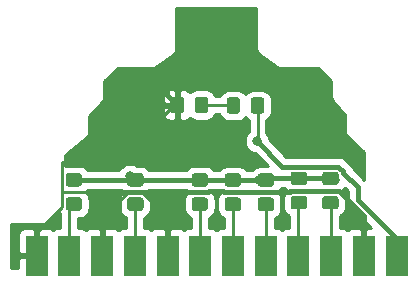
<source format=gbl>
%TF.GenerationSoftware,KiCad,Pcbnew,(5.1.6-0)*%
%TF.CreationDate,2022-09-04T14:31:22+02:00*%
%TF.ProjectId,ScsiTerm,53637369-5465-4726-9d2e-6b696361645f,rev?*%
%TF.SameCoordinates,Original*%
%TF.FileFunction,Copper,L2,Bot*%
%TF.FilePolarity,Positive*%
%FSLAX46Y46*%
G04 Gerber Fmt 4.6, Leading zero omitted, Abs format (unit mm)*
G04 Created by KiCad (PCBNEW (5.1.6-0)) date 2022-09-04 14:31:22*
%MOMM*%
%LPD*%
G01*
G04 APERTURE LIST*
%TA.AperFunction,SMDPad,CuDef*%
%ADD10R,1.846667X3.480000*%
%TD*%
%TA.AperFunction,ViaPad*%
%ADD11C,0.800000*%
%TD*%
%TA.AperFunction,Conductor*%
%ADD12C,0.250000*%
%TD*%
%TA.AperFunction,Conductor*%
%ADD13C,0.400000*%
%TD*%
%TA.AperFunction,Conductor*%
%ADD14C,0.254000*%
%TD*%
G04 APERTURE END LIST*
%TO.P,R19,2*%
%TO.N,+5V*%
%TA.AperFunction,SMDPad,CuDef*%
G36*
G01*
X155055000Y-55105001D02*
X155055000Y-54204999D01*
G75*
G02*
X155304999Y-53955000I249999J0D01*
G01*
X155955001Y-53955000D01*
G75*
G02*
X156205000Y-54204999I0J-249999D01*
G01*
X156205000Y-55105001D01*
G75*
G02*
X155955001Y-55355000I-249999J0D01*
G01*
X155304999Y-55355000D01*
G75*
G02*
X155055000Y-55105001I0J249999D01*
G01*
G37*
%TD.AperFunction*%
%TO.P,R19,1*%
%TO.N,Net-(D1-Pad2)*%
%TA.AperFunction,SMDPad,CuDef*%
G36*
G01*
X153005000Y-55105001D02*
X153005000Y-54204999D01*
G75*
G02*
X153254999Y-53955000I249999J0D01*
G01*
X153905001Y-53955000D01*
G75*
G02*
X154155000Y-54204999I0J-249999D01*
G01*
X154155000Y-55105001D01*
G75*
G02*
X153905001Y-55355000I-249999J0D01*
G01*
X153254999Y-55355000D01*
G75*
G02*
X153005000Y-55105001I0J249999D01*
G01*
G37*
%TD.AperFunction*%
%TD*%
%TO.P,D1,2*%
%TO.N,Net-(D1-Pad2)*%
%TA.AperFunction,SMDPad,CuDef*%
G36*
G01*
X150310000Y-55060001D02*
X150310000Y-54159999D01*
G75*
G02*
X150559999Y-53910000I249999J0D01*
G01*
X151210001Y-53910000D01*
G75*
G02*
X151460000Y-54159999I0J-249999D01*
G01*
X151460000Y-55060001D01*
G75*
G02*
X151210001Y-55310000I-249999J0D01*
G01*
X150559999Y-55310000D01*
G75*
G02*
X150310000Y-55060001I0J249999D01*
G01*
G37*
%TD.AperFunction*%
%TO.P,D1,1*%
%TO.N,GND*%
%TA.AperFunction,SMDPad,CuDef*%
G36*
G01*
X148260000Y-55060001D02*
X148260000Y-54159999D01*
G75*
G02*
X148509999Y-53910000I249999J0D01*
G01*
X149160001Y-53910000D01*
G75*
G02*
X149410000Y-54159999I0J-249999D01*
G01*
X149410000Y-55060001D01*
G75*
G02*
X149160001Y-55310000I-249999J0D01*
G01*
X148509999Y-55310000D01*
G75*
G02*
X148260000Y-55060001I0J249999D01*
G01*
G37*
%TD.AperFunction*%
%TD*%
%TO.P,R15,2*%
%TO.N,/2.85V*%
%TA.AperFunction,SMDPad,CuDef*%
G36*
G01*
X162248001Y-61399000D02*
X161347999Y-61399000D01*
G75*
G02*
X161098000Y-61149001I0J249999D01*
G01*
X161098000Y-60498999D01*
G75*
G02*
X161347999Y-60249000I249999J0D01*
G01*
X162248001Y-60249000D01*
G75*
G02*
X162498000Y-60498999I0J-249999D01*
G01*
X162498000Y-61149001D01*
G75*
G02*
X162248001Y-61399000I-249999J0D01*
G01*
G37*
%TD.AperFunction*%
%TO.P,R15,1*%
%TO.N,/DB4*%
%TA.AperFunction,SMDPad,CuDef*%
G36*
G01*
X162248001Y-63449000D02*
X161347999Y-63449000D01*
G75*
G02*
X161098000Y-63199001I0J249999D01*
G01*
X161098000Y-62548999D01*
G75*
G02*
X161347999Y-62299000I249999J0D01*
G01*
X162248001Y-62299000D01*
G75*
G02*
X162498000Y-62548999I0J-249999D01*
G01*
X162498000Y-63199001D01*
G75*
G02*
X162248001Y-63449000I-249999J0D01*
G01*
G37*
%TD.AperFunction*%
%TD*%
%TO.P,R13,2*%
%TO.N,/2.85V*%
%TA.AperFunction,SMDPad,CuDef*%
G36*
G01*
X159581001Y-61399000D02*
X158680999Y-61399000D01*
G75*
G02*
X158431000Y-61149001I0J249999D01*
G01*
X158431000Y-60498999D01*
G75*
G02*
X158680999Y-60249000I249999J0D01*
G01*
X159581001Y-60249000D01*
G75*
G02*
X159831000Y-60498999I0J-249999D01*
G01*
X159831000Y-61149001D01*
G75*
G02*
X159581001Y-61399000I-249999J0D01*
G01*
G37*
%TD.AperFunction*%
%TO.P,R13,1*%
%TO.N,/DB2*%
%TA.AperFunction,SMDPad,CuDef*%
G36*
G01*
X159581001Y-63449000D02*
X158680999Y-63449000D01*
G75*
G02*
X158431000Y-63199001I0J249999D01*
G01*
X158431000Y-62548999D01*
G75*
G02*
X158680999Y-62299000I249999J0D01*
G01*
X159581001Y-62299000D01*
G75*
G02*
X159831000Y-62548999I0J-249999D01*
G01*
X159831000Y-63199001D01*
G75*
G02*
X159581001Y-63449000I-249999J0D01*
G01*
G37*
%TD.AperFunction*%
%TD*%
%TO.P,R12,2*%
%TO.N,/2.85V*%
%TA.AperFunction,SMDPad,CuDef*%
G36*
G01*
X156787001Y-61535000D02*
X155886999Y-61535000D01*
G75*
G02*
X155637000Y-61285001I0J249999D01*
G01*
X155637000Y-60634999D01*
G75*
G02*
X155886999Y-60385000I249999J0D01*
G01*
X156787001Y-60385000D01*
G75*
G02*
X157037000Y-60634999I0J-249999D01*
G01*
X157037000Y-61285001D01*
G75*
G02*
X156787001Y-61535000I-249999J0D01*
G01*
G37*
%TD.AperFunction*%
%TO.P,R12,1*%
%TO.N,/DB1*%
%TA.AperFunction,SMDPad,CuDef*%
G36*
G01*
X156787001Y-63585000D02*
X155886999Y-63585000D01*
G75*
G02*
X155637000Y-63335001I0J249999D01*
G01*
X155637000Y-62684999D01*
G75*
G02*
X155886999Y-62435000I249999J0D01*
G01*
X156787001Y-62435000D01*
G75*
G02*
X157037000Y-62684999I0J-249999D01*
G01*
X157037000Y-63335001D01*
G75*
G02*
X156787001Y-63585000I-249999J0D01*
G01*
G37*
%TD.AperFunction*%
%TD*%
%TO.P,R10,2*%
%TO.N,/2.85V*%
%TA.AperFunction,SMDPad,CuDef*%
G36*
G01*
X153993001Y-61535000D02*
X153092999Y-61535000D01*
G75*
G02*
X152843000Y-61285001I0J249999D01*
G01*
X152843000Y-60634999D01*
G75*
G02*
X153092999Y-60385000I249999J0D01*
G01*
X153993001Y-60385000D01*
G75*
G02*
X154243000Y-60634999I0J-249999D01*
G01*
X154243000Y-61285001D01*
G75*
G02*
X153993001Y-61535000I-249999J0D01*
G01*
G37*
%TD.AperFunction*%
%TO.P,R10,1*%
%TO.N,/DBP*%
%TA.AperFunction,SMDPad,CuDef*%
G36*
G01*
X153993001Y-63585000D02*
X153092999Y-63585000D01*
G75*
G02*
X152843000Y-63335001I0J249999D01*
G01*
X152843000Y-62684999D01*
G75*
G02*
X153092999Y-62435000I249999J0D01*
G01*
X153993001Y-62435000D01*
G75*
G02*
X154243000Y-62684999I0J-249999D01*
G01*
X154243000Y-63335001D01*
G75*
G02*
X153993001Y-63585000I-249999J0D01*
G01*
G37*
%TD.AperFunction*%
%TD*%
%TO.P,R9,2*%
%TO.N,/SEL*%
%TA.AperFunction,SMDPad,CuDef*%
G36*
G01*
X150298999Y-62426000D02*
X151199001Y-62426000D01*
G75*
G02*
X151449000Y-62675999I0J-249999D01*
G01*
X151449000Y-63326001D01*
G75*
G02*
X151199001Y-63576000I-249999J0D01*
G01*
X150298999Y-63576000D01*
G75*
G02*
X150049000Y-63326001I0J249999D01*
G01*
X150049000Y-62675999D01*
G75*
G02*
X150298999Y-62426000I249999J0D01*
G01*
G37*
%TD.AperFunction*%
%TO.P,R9,1*%
%TO.N,/2.85V*%
%TA.AperFunction,SMDPad,CuDef*%
G36*
G01*
X150298999Y-60376000D02*
X151199001Y-60376000D01*
G75*
G02*
X151449000Y-60625999I0J-249999D01*
G01*
X151449000Y-61276001D01*
G75*
G02*
X151199001Y-61526000I-249999J0D01*
G01*
X150298999Y-61526000D01*
G75*
G02*
X150049000Y-61276001I0J249999D01*
G01*
X150049000Y-60625999D01*
G75*
G02*
X150298999Y-60376000I249999J0D01*
G01*
G37*
%TD.AperFunction*%
%TD*%
%TO.P,R6,2*%
%TO.N,/ATN*%
%TA.AperFunction,SMDPad,CuDef*%
G36*
G01*
X144837999Y-62417000D02*
X145738001Y-62417000D01*
G75*
G02*
X145988000Y-62666999I0J-249999D01*
G01*
X145988000Y-63317001D01*
G75*
G02*
X145738001Y-63567000I-249999J0D01*
G01*
X144837999Y-63567000D01*
G75*
G02*
X144588000Y-63317001I0J249999D01*
G01*
X144588000Y-62666999D01*
G75*
G02*
X144837999Y-62417000I249999J0D01*
G01*
G37*
%TD.AperFunction*%
%TO.P,R6,1*%
%TO.N,/2.85V*%
%TA.AperFunction,SMDPad,CuDef*%
G36*
G01*
X144837999Y-60367000D02*
X145738001Y-60367000D01*
G75*
G02*
X145988000Y-60616999I0J-249999D01*
G01*
X145988000Y-61267001D01*
G75*
G02*
X145738001Y-61517000I-249999J0D01*
G01*
X144837999Y-61517000D01*
G75*
G02*
X144588000Y-61267001I0J249999D01*
G01*
X144588000Y-60616999D01*
G75*
G02*
X144837999Y-60367000I249999J0D01*
G01*
G37*
%TD.AperFunction*%
%TD*%
%TO.P,R3,2*%
%TO.N,/C_D*%
%TA.AperFunction,SMDPad,CuDef*%
G36*
G01*
X139630999Y-62417000D02*
X140531001Y-62417000D01*
G75*
G02*
X140781000Y-62666999I0J-249999D01*
G01*
X140781000Y-63317001D01*
G75*
G02*
X140531001Y-63567000I-249999J0D01*
G01*
X139630999Y-63567000D01*
G75*
G02*
X139381000Y-63317001I0J249999D01*
G01*
X139381000Y-62666999D01*
G75*
G02*
X139630999Y-62417000I249999J0D01*
G01*
G37*
%TD.AperFunction*%
%TO.P,R3,1*%
%TO.N,/2.85V*%
%TA.AperFunction,SMDPad,CuDef*%
G36*
G01*
X139630999Y-60367000D02*
X140531001Y-60367000D01*
G75*
G02*
X140781000Y-60616999I0J-249999D01*
G01*
X140781000Y-61267001D01*
G75*
G02*
X140531001Y-61517000I-249999J0D01*
G01*
X139630999Y-61517000D01*
G75*
G02*
X139381000Y-61267001I0J249999D01*
G01*
X139381000Y-60616999D01*
G75*
G02*
X139630999Y-60367000I249999J0D01*
G01*
G37*
%TD.AperFunction*%
%TD*%
D10*
%TO.P,J1,25*%
%TO.N,+5V*%
X167403000Y-67365000D03*
%TO.P,J1,24*%
%TO.N,GND*%
X164633000Y-67365000D03*
%TO.P,J1,23*%
%TO.N,/DB4*%
X161863000Y-67365000D03*
%TO.P,J1,22*%
%TO.N,/DB2*%
X159093000Y-67365000D03*
%TO.P,J1,21*%
%TO.N,/DB1*%
X156323000Y-67365000D03*
%TO.P,J1,20*%
%TO.N,/DBP*%
X153553000Y-67365000D03*
%TO.P,J1,19*%
%TO.N,/SEL*%
X150783000Y-67365000D03*
%TO.P,J1,18*%
%TO.N,GND*%
X148013000Y-67365000D03*
%TO.P,J1,17*%
%TO.N,/ATN*%
X145243000Y-67365000D03*
%TO.P,J1,16*%
%TO.N,GND*%
X142473000Y-67365000D03*
%TO.P,J1,15*%
%TO.N,/C_D*%
X139703000Y-67365000D03*
%TO.P,J1,14*%
%TO.N,GND*%
X136933000Y-67365000D03*
%TD*%
D11*
%TO.N,GND*%
X157988000Y-54864000D03*
X142473000Y-64749000D03*
X148013000Y-64712000D03*
X147955000Y-53086000D03*
X142875000Y-54864000D03*
X157708000Y-64415000D03*
X152168000Y-64494000D03*
X152146000Y-58928000D03*
X155194000Y-59309000D03*
X160782000Y-54864000D03*
X142444010Y-62279990D03*
X148350000Y-51900000D03*
X156500000Y-51600000D03*
X147050000Y-59500000D03*
%TO.N,+5V*%
X155575000Y-57658000D03*
%TO.N,/2.85V*%
X162190000Y-60960000D03*
X155790000Y-60960000D03*
X144825500Y-60624500D03*
%TD*%
D12*
%TO.N,GND*%
X148013000Y-64128810D02*
X148013000Y-64712000D01*
X144599820Y-62091990D02*
X145976180Y-62091990D01*
X142473000Y-64218810D02*
X144599820Y-62091990D01*
X142473000Y-64185810D02*
X142473000Y-64218810D01*
X149848990Y-61860010D02*
X147796595Y-63912405D01*
X147796595Y-63912405D02*
X148013000Y-64128810D01*
X145976180Y-62091990D02*
X147796595Y-63912405D01*
X152134990Y-61860010D02*
X149848990Y-61860010D01*
X142473000Y-64749000D02*
X142473000Y-64749000D01*
X142473000Y-67365000D02*
X142473000Y-64749000D01*
D13*
X164633000Y-64014744D02*
X164633000Y-67365000D01*
X162517246Y-61898990D02*
X164633000Y-64014744D01*
X158411754Y-61898990D02*
X162517246Y-61898990D01*
X158375734Y-61935010D02*
X158411754Y-61898990D01*
X152748754Y-61860010D02*
X152823754Y-61935010D01*
X152134990Y-61860010D02*
X152748754Y-61860010D01*
X151534246Y-61860010D02*
X151418256Y-61976000D01*
X152134990Y-61860010D02*
X151534246Y-61860010D01*
X151418256Y-61976000D02*
X143764000Y-61976000D01*
X143764000Y-61976000D02*
X142473000Y-63267000D01*
X136933000Y-67365000D02*
X136933000Y-64765344D01*
X142473000Y-62308980D02*
X142473000Y-64241000D01*
X142190010Y-62025990D02*
X142444010Y-62279990D01*
X142473000Y-64241000D02*
X142473000Y-64749000D01*
X142473000Y-63267000D02*
X142473000Y-64241000D01*
D12*
X136933000Y-65378000D02*
X136933000Y-67365000D01*
X139055990Y-63255010D02*
X136933000Y-65378000D01*
X141191010Y-61985010D02*
X142473000Y-63267000D01*
X139055990Y-59445010D02*
X139055990Y-61985010D01*
X139055990Y-61985010D02*
X141191010Y-61985010D01*
X139055990Y-61985010D02*
X139055990Y-63255010D01*
X142473000Y-64749000D02*
X142473000Y-64218810D01*
X148013000Y-64712000D02*
X148013000Y-67365000D01*
X145786990Y-59445010D02*
X146304000Y-58928000D01*
X139055990Y-59445010D02*
X145786990Y-59445010D01*
X148590000Y-54610000D02*
X146812000Y-56388000D01*
X148835000Y-54610000D02*
X148590000Y-54610000D01*
D13*
X147955000Y-53730000D02*
X148835000Y-54610000D01*
X147955000Y-53086000D02*
X147955000Y-53730000D01*
X157693010Y-64400010D02*
X157708000Y-64415000D01*
X152823754Y-61935010D02*
X157693010Y-61935010D01*
X157693010Y-61935010D02*
X157693010Y-64400010D01*
X157693010Y-61935010D02*
X158375734Y-61935010D01*
X142444010Y-62279990D02*
X142473000Y-62308980D01*
D12*
%TO.N,+5V*%
X155630000Y-57603000D02*
X155575000Y-57658000D01*
X155630000Y-54655000D02*
X155630000Y-57603000D01*
D13*
X162898010Y-60229754D02*
X162485256Y-59817000D01*
X157734000Y-59817000D02*
X155575000Y-57658000D01*
X167403000Y-67365000D02*
X167403000Y-65936202D01*
X164120595Y-61558405D02*
X162898010Y-60335820D01*
X164120595Y-62653797D02*
X164120595Y-61558405D01*
X162485256Y-59817000D02*
X157734000Y-59817000D01*
X167403000Y-65936202D02*
X164120595Y-62653797D01*
X162898010Y-60335820D02*
X162898010Y-60229754D01*
D12*
%TO.N,/DB4*%
X161863000Y-62939000D02*
X161798000Y-62874000D01*
X161863000Y-67365000D02*
X161863000Y-62939000D01*
%TO.N,/DB2*%
X159093000Y-62912000D02*
X159131000Y-62874000D01*
X159093000Y-67365000D02*
X159093000Y-62912000D01*
%TO.N,/DB1*%
X156323000Y-63024000D02*
X156337000Y-63010000D01*
X156323000Y-67365000D02*
X156323000Y-63024000D01*
%TO.N,/DBP*%
X153553000Y-63020000D02*
X153543000Y-63010000D01*
X153553000Y-67365000D02*
X153553000Y-63020000D01*
%TO.N,/SEL*%
X150783000Y-63035000D02*
X150749000Y-63001000D01*
X150783000Y-67365000D02*
X150783000Y-63035000D01*
%TO.N,/ATN*%
X145243000Y-63037000D02*
X145288000Y-62992000D01*
X145243000Y-67365000D02*
X145243000Y-63037000D01*
%TO.N,/C_D*%
X139703000Y-63004000D02*
X139700000Y-63001000D01*
X139703000Y-67365000D02*
X139703000Y-63004000D01*
%TO.N,Net-(D1-Pad2)*%
X153535000Y-54610000D02*
X153580000Y-54655000D01*
X150885000Y-54610000D02*
X153535000Y-54610000D01*
D13*
%TO.N,/2.85V*%
X161798000Y-60824000D02*
X159131000Y-60824000D01*
X156473000Y-60824000D02*
X156337000Y-60960000D01*
X159131000Y-60824000D02*
X156473000Y-60824000D01*
X156337000Y-60960000D02*
X153543000Y-60960000D01*
X150758000Y-60960000D02*
X150749000Y-60951000D01*
X153543000Y-60960000D02*
X150758000Y-60960000D01*
X145297000Y-60951000D02*
X145288000Y-60942000D01*
X150749000Y-60951000D02*
X145297000Y-60951000D01*
X139709000Y-60942000D02*
X139700000Y-60951000D01*
X145288000Y-60942000D02*
X139709000Y-60942000D01*
X150749000Y-60951000D02*
X150040810Y-60951000D01*
%TD*%
D14*
%TO.N,GND*%
G36*
X138892595Y-63810387D02*
G01*
X138943001Y-63871807D01*
X138943001Y-64986928D01*
X138779667Y-64986928D01*
X138655185Y-64999188D01*
X138535487Y-65035498D01*
X138425173Y-65094463D01*
X138328482Y-65173815D01*
X138318000Y-65186587D01*
X138307518Y-65173815D01*
X138210827Y-65094463D01*
X138100513Y-65035498D01*
X137980815Y-64999188D01*
X137856333Y-64986928D01*
X137218750Y-64990000D01*
X137060000Y-65148750D01*
X137060000Y-67238000D01*
X137080000Y-67238000D01*
X137080000Y-67492000D01*
X137060000Y-67492000D01*
X137060000Y-67512000D01*
X136806000Y-67512000D01*
X136806000Y-67492000D01*
X135533417Y-67492000D01*
X135374667Y-67650750D01*
X135373078Y-68403000D01*
X134797000Y-68403000D01*
X134797000Y-65625000D01*
X135371595Y-65625000D01*
X135374667Y-67079250D01*
X135533417Y-67238000D01*
X136806000Y-67238000D01*
X136806000Y-65148750D01*
X136647250Y-64990000D01*
X136009667Y-64986928D01*
X135885185Y-64999188D01*
X135765487Y-65035498D01*
X135655173Y-65094463D01*
X135558482Y-65173815D01*
X135479130Y-65270506D01*
X135420165Y-65380820D01*
X135383855Y-65500518D01*
X135371595Y-65625000D01*
X134797000Y-65625000D01*
X134797000Y-64693000D01*
X137634361Y-64693000D01*
X137668000Y-64696313D01*
X137701639Y-64693000D01*
X137701647Y-64693000D01*
X137802283Y-64683088D01*
X137931406Y-64643919D01*
X138050407Y-64580312D01*
X138154711Y-64494711D01*
X138176158Y-64468578D01*
X138872307Y-63772430D01*
X138892595Y-63810387D01*
G37*
X138892595Y-63810387D02*
X138943001Y-63871807D01*
X138943001Y-64986928D01*
X138779667Y-64986928D01*
X138655185Y-64999188D01*
X138535487Y-65035498D01*
X138425173Y-65094463D01*
X138328482Y-65173815D01*
X138318000Y-65186587D01*
X138307518Y-65173815D01*
X138210827Y-65094463D01*
X138100513Y-65035498D01*
X137980815Y-64999188D01*
X137856333Y-64986928D01*
X137218750Y-64990000D01*
X137060000Y-65148750D01*
X137060000Y-67238000D01*
X137080000Y-67238000D01*
X137080000Y-67492000D01*
X137060000Y-67492000D01*
X137060000Y-67512000D01*
X136806000Y-67512000D01*
X136806000Y-67492000D01*
X135533417Y-67492000D01*
X135374667Y-67650750D01*
X135373078Y-68403000D01*
X134797000Y-68403000D01*
X134797000Y-65625000D01*
X135371595Y-65625000D01*
X135374667Y-67079250D01*
X135533417Y-67238000D01*
X136806000Y-67238000D01*
X136806000Y-65148750D01*
X136647250Y-64990000D01*
X136009667Y-64986928D01*
X135885185Y-64999188D01*
X135765487Y-65035498D01*
X135655173Y-65094463D01*
X135558482Y-65173815D01*
X135479130Y-65270506D01*
X135420165Y-65380820D01*
X135383855Y-65500518D01*
X135371595Y-65625000D01*
X134797000Y-65625000D01*
X134797000Y-64693000D01*
X137634361Y-64693000D01*
X137668000Y-64696313D01*
X137701639Y-64693000D01*
X137701647Y-64693000D01*
X137802283Y-64683088D01*
X137931406Y-64643919D01*
X138050407Y-64580312D01*
X138154711Y-64494711D01*
X138176158Y-64468578D01*
X138872307Y-63772430D01*
X138892595Y-63810387D01*
G36*
X144210038Y-61894962D02*
G01*
X144297816Y-61967000D01*
X144210038Y-62039038D01*
X144099595Y-62173613D01*
X144017528Y-62327149D01*
X143966992Y-62493745D01*
X143949928Y-62666999D01*
X143949928Y-63317001D01*
X143966992Y-63490255D01*
X144017528Y-63656851D01*
X144099595Y-63810387D01*
X144210038Y-63944962D01*
X144344613Y-64055405D01*
X144483001Y-64129375D01*
X144483001Y-64986928D01*
X144319667Y-64986928D01*
X144195185Y-64999188D01*
X144075487Y-65035498D01*
X143965173Y-65094463D01*
X143868482Y-65173815D01*
X143858000Y-65186587D01*
X143847518Y-65173815D01*
X143750827Y-65094463D01*
X143640513Y-65035498D01*
X143520815Y-64999188D01*
X143396333Y-64986928D01*
X142758750Y-64990000D01*
X142600000Y-65148750D01*
X142600000Y-67238000D01*
X142620000Y-67238000D01*
X142620000Y-67492000D01*
X142600000Y-67492000D01*
X142600000Y-67512000D01*
X142346000Y-67512000D01*
X142346000Y-67492000D01*
X142326000Y-67492000D01*
X142326000Y-67238000D01*
X142346000Y-67238000D01*
X142346000Y-65148750D01*
X142187250Y-64990000D01*
X141549667Y-64986928D01*
X141425185Y-64999188D01*
X141305487Y-65035498D01*
X141195173Y-65094463D01*
X141098482Y-65173815D01*
X141088000Y-65186587D01*
X141077518Y-65173815D01*
X140980827Y-65094463D01*
X140870513Y-65035498D01*
X140750815Y-64999188D01*
X140626333Y-64986928D01*
X140463000Y-64986928D01*
X140463000Y-64205072D01*
X140531001Y-64205072D01*
X140704255Y-64188008D01*
X140870851Y-64137472D01*
X141024387Y-64055405D01*
X141158962Y-63944962D01*
X141269405Y-63810387D01*
X141351472Y-63656851D01*
X141402008Y-63490255D01*
X141419072Y-63317001D01*
X141419072Y-62666999D01*
X141402008Y-62493745D01*
X141351472Y-62327149D01*
X141269405Y-62173613D01*
X141158962Y-62039038D01*
X141071184Y-61967000D01*
X141158962Y-61894962D01*
X141255771Y-61777000D01*
X144113229Y-61777000D01*
X144210038Y-61894962D01*
G37*
X144210038Y-61894962D02*
X144297816Y-61967000D01*
X144210038Y-62039038D01*
X144099595Y-62173613D01*
X144017528Y-62327149D01*
X143966992Y-62493745D01*
X143949928Y-62666999D01*
X143949928Y-63317001D01*
X143966992Y-63490255D01*
X144017528Y-63656851D01*
X144099595Y-63810387D01*
X144210038Y-63944962D01*
X144344613Y-64055405D01*
X144483001Y-64129375D01*
X144483001Y-64986928D01*
X144319667Y-64986928D01*
X144195185Y-64999188D01*
X144075487Y-65035498D01*
X143965173Y-65094463D01*
X143868482Y-65173815D01*
X143858000Y-65186587D01*
X143847518Y-65173815D01*
X143750827Y-65094463D01*
X143640513Y-65035498D01*
X143520815Y-64999188D01*
X143396333Y-64986928D01*
X142758750Y-64990000D01*
X142600000Y-65148750D01*
X142600000Y-67238000D01*
X142620000Y-67238000D01*
X142620000Y-67492000D01*
X142600000Y-67492000D01*
X142600000Y-67512000D01*
X142346000Y-67512000D01*
X142346000Y-67492000D01*
X142326000Y-67492000D01*
X142326000Y-67238000D01*
X142346000Y-67238000D01*
X142346000Y-65148750D01*
X142187250Y-64990000D01*
X141549667Y-64986928D01*
X141425185Y-64999188D01*
X141305487Y-65035498D01*
X141195173Y-65094463D01*
X141098482Y-65173815D01*
X141088000Y-65186587D01*
X141077518Y-65173815D01*
X140980827Y-65094463D01*
X140870513Y-65035498D01*
X140750815Y-64999188D01*
X140626333Y-64986928D01*
X140463000Y-64986928D01*
X140463000Y-64205072D01*
X140531001Y-64205072D01*
X140704255Y-64188008D01*
X140870851Y-64137472D01*
X141024387Y-64055405D01*
X141158962Y-63944962D01*
X141269405Y-63810387D01*
X141351472Y-63656851D01*
X141402008Y-63490255D01*
X141419072Y-63317001D01*
X141419072Y-62666999D01*
X141402008Y-62493745D01*
X141351472Y-62327149D01*
X141269405Y-62173613D01*
X141158962Y-62039038D01*
X141071184Y-61967000D01*
X141158962Y-61894962D01*
X141255771Y-61777000D01*
X144113229Y-61777000D01*
X144210038Y-61894962D01*
G36*
X149671038Y-61903962D02*
G01*
X149758816Y-61976000D01*
X149671038Y-62048038D01*
X149560595Y-62182613D01*
X149478528Y-62336149D01*
X149427992Y-62502745D01*
X149410928Y-62675999D01*
X149410928Y-63326001D01*
X149427992Y-63499255D01*
X149478528Y-63665851D01*
X149560595Y-63819387D01*
X149671038Y-63953962D01*
X149805613Y-64064405D01*
X149959149Y-64146472D01*
X150023001Y-64165841D01*
X150023001Y-64986928D01*
X149859667Y-64986928D01*
X149735185Y-64999188D01*
X149615487Y-65035498D01*
X149505173Y-65094463D01*
X149408482Y-65173815D01*
X149398000Y-65186587D01*
X149387518Y-65173815D01*
X149290827Y-65094463D01*
X149180513Y-65035498D01*
X149060815Y-64999188D01*
X148936333Y-64986928D01*
X148298750Y-64990000D01*
X148140000Y-65148750D01*
X148140000Y-67238000D01*
X148160000Y-67238000D01*
X148160000Y-67492000D01*
X148140000Y-67492000D01*
X148140000Y-67512000D01*
X147886000Y-67512000D01*
X147886000Y-67492000D01*
X147866000Y-67492000D01*
X147866000Y-67238000D01*
X147886000Y-67238000D01*
X147886000Y-65148750D01*
X147727250Y-64990000D01*
X147089667Y-64986928D01*
X146965185Y-64999188D01*
X146845487Y-65035498D01*
X146735173Y-65094463D01*
X146638482Y-65173815D01*
X146628000Y-65186587D01*
X146617518Y-65173815D01*
X146520827Y-65094463D01*
X146410513Y-65035498D01*
X146290815Y-64999188D01*
X146166333Y-64986928D01*
X146003000Y-64986928D01*
X146003000Y-64160178D01*
X146077851Y-64137472D01*
X146231387Y-64055405D01*
X146365962Y-63944962D01*
X146476405Y-63810387D01*
X146558472Y-63656851D01*
X146609008Y-63490255D01*
X146626072Y-63317001D01*
X146626072Y-62666999D01*
X146609008Y-62493745D01*
X146558472Y-62327149D01*
X146476405Y-62173613D01*
X146365962Y-62039038D01*
X146278184Y-61967000D01*
X146365962Y-61894962D01*
X146455385Y-61786000D01*
X149574229Y-61786000D01*
X149671038Y-61903962D01*
G37*
X149671038Y-61903962D02*
X149758816Y-61976000D01*
X149671038Y-62048038D01*
X149560595Y-62182613D01*
X149478528Y-62336149D01*
X149427992Y-62502745D01*
X149410928Y-62675999D01*
X149410928Y-63326001D01*
X149427992Y-63499255D01*
X149478528Y-63665851D01*
X149560595Y-63819387D01*
X149671038Y-63953962D01*
X149805613Y-64064405D01*
X149959149Y-64146472D01*
X150023001Y-64165841D01*
X150023001Y-64986928D01*
X149859667Y-64986928D01*
X149735185Y-64999188D01*
X149615487Y-65035498D01*
X149505173Y-65094463D01*
X149408482Y-65173815D01*
X149398000Y-65186587D01*
X149387518Y-65173815D01*
X149290827Y-65094463D01*
X149180513Y-65035498D01*
X149060815Y-64999188D01*
X148936333Y-64986928D01*
X148298750Y-64990000D01*
X148140000Y-65148750D01*
X148140000Y-67238000D01*
X148160000Y-67238000D01*
X148160000Y-67492000D01*
X148140000Y-67492000D01*
X148140000Y-67512000D01*
X147886000Y-67512000D01*
X147886000Y-67492000D01*
X147866000Y-67492000D01*
X147866000Y-67238000D01*
X147886000Y-67238000D01*
X147886000Y-65148750D01*
X147727250Y-64990000D01*
X147089667Y-64986928D01*
X146965185Y-64999188D01*
X146845487Y-65035498D01*
X146735173Y-65094463D01*
X146638482Y-65173815D01*
X146628000Y-65186587D01*
X146617518Y-65173815D01*
X146520827Y-65094463D01*
X146410513Y-65035498D01*
X146290815Y-64999188D01*
X146166333Y-64986928D01*
X146003000Y-64986928D01*
X146003000Y-64160178D01*
X146077851Y-64137472D01*
X146231387Y-64055405D01*
X146365962Y-63944962D01*
X146476405Y-63810387D01*
X146558472Y-63656851D01*
X146609008Y-63490255D01*
X146626072Y-63317001D01*
X146626072Y-62666999D01*
X146609008Y-62493745D01*
X146558472Y-62327149D01*
X146476405Y-62173613D01*
X146365962Y-62039038D01*
X146278184Y-61967000D01*
X146365962Y-61894962D01*
X146455385Y-61786000D01*
X149574229Y-61786000D01*
X149671038Y-61903962D01*
G36*
X163285596Y-61904273D02*
G01*
X163285595Y-62612778D01*
X163281555Y-62653797D01*
X163290317Y-62742754D01*
X163297677Y-62817485D01*
X163345423Y-62974883D01*
X163422959Y-63119942D01*
X163527304Y-63247088D01*
X163559174Y-63273243D01*
X165274217Y-64988287D01*
X164918750Y-64990000D01*
X164760000Y-65148750D01*
X164760000Y-67238000D01*
X164780000Y-67238000D01*
X164780000Y-67492000D01*
X164760000Y-67492000D01*
X164760000Y-67512000D01*
X164506000Y-67512000D01*
X164506000Y-67492000D01*
X164486000Y-67492000D01*
X164486000Y-67238000D01*
X164506000Y-67238000D01*
X164506000Y-65148750D01*
X164347250Y-64990000D01*
X163709667Y-64986928D01*
X163585185Y-64999188D01*
X163465487Y-65035498D01*
X163355173Y-65094463D01*
X163258482Y-65173815D01*
X163248000Y-65186587D01*
X163237518Y-65173815D01*
X163140827Y-65094463D01*
X163030513Y-65035498D01*
X162910815Y-64999188D01*
X162786333Y-64986928D01*
X162623000Y-64986928D01*
X162623000Y-64000684D01*
X162741387Y-63937405D01*
X162875962Y-63826962D01*
X162986405Y-63692387D01*
X163068472Y-63538851D01*
X163119008Y-63372255D01*
X163136072Y-63199001D01*
X163136072Y-62548999D01*
X163119008Y-62375745D01*
X163068472Y-62209149D01*
X162986405Y-62055613D01*
X162875962Y-61921038D01*
X162788184Y-61849000D01*
X162875962Y-61776962D01*
X162986405Y-61642387D01*
X162999399Y-61618077D01*
X163285596Y-61904273D01*
G37*
X163285596Y-61904273D02*
X163285595Y-62612778D01*
X163281555Y-62653797D01*
X163290317Y-62742754D01*
X163297677Y-62817485D01*
X163345423Y-62974883D01*
X163422959Y-63119942D01*
X163527304Y-63247088D01*
X163559174Y-63273243D01*
X165274217Y-64988287D01*
X164918750Y-64990000D01*
X164760000Y-65148750D01*
X164760000Y-67238000D01*
X164780000Y-67238000D01*
X164780000Y-67492000D01*
X164760000Y-67492000D01*
X164760000Y-67512000D01*
X164506000Y-67512000D01*
X164506000Y-67492000D01*
X164486000Y-67492000D01*
X164486000Y-67238000D01*
X164506000Y-67238000D01*
X164506000Y-65148750D01*
X164347250Y-64990000D01*
X163709667Y-64986928D01*
X163585185Y-64999188D01*
X163465487Y-65035498D01*
X163355173Y-65094463D01*
X163258482Y-65173815D01*
X163248000Y-65186587D01*
X163237518Y-65173815D01*
X163140827Y-65094463D01*
X163030513Y-65035498D01*
X162910815Y-64999188D01*
X162786333Y-64986928D01*
X162623000Y-64986928D01*
X162623000Y-64000684D01*
X162741387Y-63937405D01*
X162875962Y-63826962D01*
X162986405Y-63692387D01*
X163068472Y-63538851D01*
X163119008Y-63372255D01*
X163136072Y-63199001D01*
X163136072Y-62548999D01*
X163119008Y-62375745D01*
X163068472Y-62209149D01*
X162986405Y-62055613D01*
X162875962Y-61921038D01*
X162788184Y-61849000D01*
X162875962Y-61776962D01*
X162986405Y-61642387D01*
X162999399Y-61618077D01*
X163285596Y-61904273D01*
G36*
X152465038Y-61912962D02*
G01*
X152552816Y-61985000D01*
X152465038Y-62057038D01*
X152354595Y-62191613D01*
X152272528Y-62345149D01*
X152221992Y-62511745D01*
X152204928Y-62684999D01*
X152204928Y-63335001D01*
X152221992Y-63508255D01*
X152272528Y-63674851D01*
X152354595Y-63828387D01*
X152465038Y-63962962D01*
X152599613Y-64073405D01*
X152753149Y-64155472D01*
X152793001Y-64167561D01*
X152793001Y-64986928D01*
X152629667Y-64986928D01*
X152505185Y-64999188D01*
X152385487Y-65035498D01*
X152275173Y-65094463D01*
X152178482Y-65173815D01*
X152168000Y-65186587D01*
X152157518Y-65173815D01*
X152060827Y-65094463D01*
X151950513Y-65035498D01*
X151830815Y-64999188D01*
X151706333Y-64986928D01*
X151543000Y-64986928D01*
X151543000Y-64144254D01*
X151692387Y-64064405D01*
X151826962Y-63953962D01*
X151937405Y-63819387D01*
X152019472Y-63665851D01*
X152070008Y-63499255D01*
X152087072Y-63326001D01*
X152087072Y-62675999D01*
X152070008Y-62502745D01*
X152019472Y-62336149D01*
X151937405Y-62182613D01*
X151826962Y-62048038D01*
X151739184Y-61976000D01*
X151826962Y-61903962D01*
X151916385Y-61795000D01*
X152368229Y-61795000D01*
X152465038Y-61912962D01*
G37*
X152465038Y-61912962D02*
X152552816Y-61985000D01*
X152465038Y-62057038D01*
X152354595Y-62191613D01*
X152272528Y-62345149D01*
X152221992Y-62511745D01*
X152204928Y-62684999D01*
X152204928Y-63335001D01*
X152221992Y-63508255D01*
X152272528Y-63674851D01*
X152354595Y-63828387D01*
X152465038Y-63962962D01*
X152599613Y-64073405D01*
X152753149Y-64155472D01*
X152793001Y-64167561D01*
X152793001Y-64986928D01*
X152629667Y-64986928D01*
X152505185Y-64999188D01*
X152385487Y-65035498D01*
X152275173Y-65094463D01*
X152178482Y-65173815D01*
X152168000Y-65186587D01*
X152157518Y-65173815D01*
X152060827Y-65094463D01*
X151950513Y-65035498D01*
X151830815Y-64999188D01*
X151706333Y-64986928D01*
X151543000Y-64986928D01*
X151543000Y-64144254D01*
X151692387Y-64064405D01*
X151826962Y-63953962D01*
X151937405Y-63819387D01*
X152019472Y-63665851D01*
X152070008Y-63499255D01*
X152087072Y-63326001D01*
X152087072Y-62675999D01*
X152070008Y-62502745D01*
X152019472Y-62336149D01*
X151937405Y-62182613D01*
X151826962Y-62048038D01*
X151739184Y-61976000D01*
X151826962Y-61903962D01*
X151916385Y-61795000D01*
X152368229Y-61795000D01*
X152465038Y-61912962D01*
G36*
X158053038Y-61776962D02*
G01*
X158140816Y-61849000D01*
X158053038Y-61921038D01*
X157942595Y-62055613D01*
X157860528Y-62209149D01*
X157809992Y-62375745D01*
X157792928Y-62548999D01*
X157792928Y-63199001D01*
X157809992Y-63372255D01*
X157860528Y-63538851D01*
X157942595Y-63692387D01*
X158053038Y-63826962D01*
X158187613Y-63937405D01*
X158333001Y-64015117D01*
X158333001Y-64986928D01*
X158169667Y-64986928D01*
X158045185Y-64999188D01*
X157925487Y-65035498D01*
X157815173Y-65094463D01*
X157718482Y-65173815D01*
X157708000Y-65186587D01*
X157697518Y-65173815D01*
X157600827Y-65094463D01*
X157490513Y-65035498D01*
X157370815Y-64999188D01*
X157246333Y-64986928D01*
X157083000Y-64986928D01*
X157083000Y-64168774D01*
X157126851Y-64155472D01*
X157280387Y-64073405D01*
X157414962Y-63962962D01*
X157525405Y-63828387D01*
X157607472Y-63674851D01*
X157658008Y-63508255D01*
X157675072Y-63335001D01*
X157675072Y-62684999D01*
X157658008Y-62511745D01*
X157607472Y-62345149D01*
X157525405Y-62191613D01*
X157414962Y-62057038D01*
X157327184Y-61985000D01*
X157414962Y-61912962D01*
X157525405Y-61778387D01*
X157589219Y-61659000D01*
X157956229Y-61659000D01*
X158053038Y-61776962D01*
G37*
X158053038Y-61776962D02*
X158140816Y-61849000D01*
X158053038Y-61921038D01*
X157942595Y-62055613D01*
X157860528Y-62209149D01*
X157809992Y-62375745D01*
X157792928Y-62548999D01*
X157792928Y-63199001D01*
X157809992Y-63372255D01*
X157860528Y-63538851D01*
X157942595Y-63692387D01*
X158053038Y-63826962D01*
X158187613Y-63937405D01*
X158333001Y-64015117D01*
X158333001Y-64986928D01*
X158169667Y-64986928D01*
X158045185Y-64999188D01*
X157925487Y-65035498D01*
X157815173Y-65094463D01*
X157718482Y-65173815D01*
X157708000Y-65186587D01*
X157697518Y-65173815D01*
X157600827Y-65094463D01*
X157490513Y-65035498D01*
X157370815Y-64999188D01*
X157246333Y-64986928D01*
X157083000Y-64986928D01*
X157083000Y-64168774D01*
X157126851Y-64155472D01*
X157280387Y-64073405D01*
X157414962Y-63962962D01*
X157525405Y-63828387D01*
X157607472Y-63674851D01*
X157658008Y-63508255D01*
X157675072Y-63335001D01*
X157675072Y-62684999D01*
X157658008Y-62511745D01*
X157607472Y-62345149D01*
X157525405Y-62191613D01*
X157414962Y-62057038D01*
X157327184Y-61985000D01*
X157414962Y-61912962D01*
X157525405Y-61778387D01*
X157589219Y-61659000D01*
X157956229Y-61659000D01*
X158053038Y-61776962D01*
G36*
X155525001Y-49736686D02*
G01*
X155522230Y-49756649D01*
X155525001Y-49804017D01*
X155525001Y-49817647D01*
X155526965Y-49837584D01*
X155530110Y-49891351D01*
X155533568Y-49904630D01*
X155534913Y-49918283D01*
X155550540Y-49969797D01*
X155564116Y-50021928D01*
X155570101Y-50034282D01*
X155574082Y-50047406D01*
X155599463Y-50094891D01*
X155622945Y-50143362D01*
X155631220Y-50154305D01*
X155637689Y-50166407D01*
X155671850Y-50208032D01*
X155704333Y-50250986D01*
X155714588Y-50260108D01*
X155723290Y-50270711D01*
X155764902Y-50304861D01*
X155779891Y-50318194D01*
X155790931Y-50326223D01*
X155827594Y-50356312D01*
X155845361Y-50365809D01*
X157187918Y-51342213D01*
X157224593Y-51372312D01*
X157272096Y-51397702D01*
X157318532Y-51424949D01*
X157331490Y-51429450D01*
X157343594Y-51435919D01*
X157395137Y-51451554D01*
X157445996Y-51469218D01*
X157459584Y-51471104D01*
X157472717Y-51475088D01*
X157526318Y-51480367D01*
X157579648Y-51487770D01*
X157626999Y-51485000D01*
X160752264Y-51485000D01*
X161875000Y-52607736D01*
X161875001Y-53847659D01*
X161874901Y-53914442D01*
X161881549Y-53948124D01*
X161884913Y-53982283D01*
X161894580Y-54014150D01*
X161901028Y-54046822D01*
X161914117Y-54078556D01*
X161924082Y-54111406D01*
X161939780Y-54140775D01*
X161952478Y-54171561D01*
X161971507Y-54200133D01*
X161987689Y-54230407D01*
X162029752Y-54281660D01*
X163018000Y-55489521D01*
X163018001Y-56749069D01*
X163015237Y-56796510D01*
X163022643Y-56849774D01*
X163027913Y-56903283D01*
X163031918Y-56916487D01*
X163033819Y-56930157D01*
X163051474Y-56980952D01*
X163067082Y-57032406D01*
X163073587Y-57044577D01*
X163078118Y-57057612D01*
X163105340Y-57103982D01*
X163130689Y-57151407D01*
X163139444Y-57162075D01*
X163146430Y-57173975D01*
X163182182Y-57214151D01*
X163216290Y-57255711D01*
X163253019Y-57285854D01*
X164669000Y-58592915D01*
X164669001Y-60925943D01*
X163682525Y-59939468D01*
X163673182Y-59908668D01*
X163595646Y-59763608D01*
X163491301Y-59636463D01*
X163459431Y-59610308D01*
X163104702Y-59255579D01*
X163078547Y-59223709D01*
X162951402Y-59119364D01*
X162806343Y-59041828D01*
X162648945Y-58994082D01*
X162526275Y-58982000D01*
X162526274Y-58982000D01*
X162485256Y-58977960D01*
X162444238Y-58982000D01*
X158079868Y-58982000D01*
X156599093Y-57501225D01*
X156570226Y-57356102D01*
X156492205Y-57167744D01*
X156390000Y-57014783D01*
X156390000Y-55874614D01*
X156448387Y-55843405D01*
X156582962Y-55732962D01*
X156693405Y-55598387D01*
X156775472Y-55444851D01*
X156826008Y-55278255D01*
X156843072Y-55105001D01*
X156843072Y-54204999D01*
X156826008Y-54031745D01*
X156775472Y-53865149D01*
X156693405Y-53711613D01*
X156582962Y-53577038D01*
X156448387Y-53466595D01*
X156294851Y-53384528D01*
X156128255Y-53333992D01*
X155955001Y-53316928D01*
X155304999Y-53316928D01*
X155131745Y-53333992D01*
X154965149Y-53384528D01*
X154811613Y-53466595D01*
X154677038Y-53577038D01*
X154605000Y-53664816D01*
X154532962Y-53577038D01*
X154398387Y-53466595D01*
X154244851Y-53384528D01*
X154078255Y-53333992D01*
X153905001Y-53316928D01*
X153254999Y-53316928D01*
X153081745Y-53333992D01*
X152915149Y-53384528D01*
X152761613Y-53466595D01*
X152627038Y-53577038D01*
X152516595Y-53711613D01*
X152442625Y-53850000D01*
X152039527Y-53850000D01*
X152030472Y-53820149D01*
X151948405Y-53666613D01*
X151837962Y-53532038D01*
X151703387Y-53421595D01*
X151549851Y-53339528D01*
X151383255Y-53288992D01*
X151210001Y-53271928D01*
X150559999Y-53271928D01*
X150386745Y-53288992D01*
X150220149Y-53339528D01*
X150066613Y-53421595D01*
X149932038Y-53532038D01*
X149926658Y-53538594D01*
X149861185Y-53458815D01*
X149764494Y-53379463D01*
X149654180Y-53320498D01*
X149534482Y-53284188D01*
X149410000Y-53271928D01*
X149120750Y-53275000D01*
X148962000Y-53433750D01*
X148962000Y-54483000D01*
X148982000Y-54483000D01*
X148982000Y-54737000D01*
X148962000Y-54737000D01*
X148962000Y-55786250D01*
X149120750Y-55945000D01*
X149410000Y-55948072D01*
X149534482Y-55935812D01*
X149654180Y-55899502D01*
X149764494Y-55840537D01*
X149861185Y-55761185D01*
X149926658Y-55681406D01*
X149932038Y-55687962D01*
X150066613Y-55798405D01*
X150220149Y-55880472D01*
X150386745Y-55931008D01*
X150559999Y-55948072D01*
X151210001Y-55948072D01*
X151383255Y-55931008D01*
X151549851Y-55880472D01*
X151703387Y-55798405D01*
X151837962Y-55687962D01*
X151948405Y-55553387D01*
X152030472Y-55399851D01*
X152039527Y-55370000D01*
X152411822Y-55370000D01*
X152434528Y-55444851D01*
X152516595Y-55598387D01*
X152627038Y-55732962D01*
X152761613Y-55843405D01*
X152915149Y-55925472D01*
X153081745Y-55976008D01*
X153254999Y-55993072D01*
X153905001Y-55993072D01*
X154078255Y-55976008D01*
X154244851Y-55925472D01*
X154398387Y-55843405D01*
X154532962Y-55732962D01*
X154605000Y-55645184D01*
X154677038Y-55732962D01*
X154811613Y-55843405D01*
X154870000Y-55874614D01*
X154870001Y-56899288D01*
X154771063Y-56998226D01*
X154657795Y-57167744D01*
X154579774Y-57356102D01*
X154540000Y-57556061D01*
X154540000Y-57759939D01*
X154579774Y-57959898D01*
X154657795Y-58148256D01*
X154771063Y-58317774D01*
X154915226Y-58461937D01*
X155084744Y-58575205D01*
X155273102Y-58653226D01*
X155418225Y-58682093D01*
X156483060Y-59746928D01*
X155886999Y-59746928D01*
X155713745Y-59763992D01*
X155547149Y-59814528D01*
X155393613Y-59896595D01*
X155259038Y-60007038D01*
X155162229Y-60125000D01*
X154717771Y-60125000D01*
X154620962Y-60007038D01*
X154486387Y-59896595D01*
X154332851Y-59814528D01*
X154166255Y-59763992D01*
X153993001Y-59746928D01*
X153092999Y-59746928D01*
X152919745Y-59763992D01*
X152753149Y-59814528D01*
X152599613Y-59896595D01*
X152465038Y-60007038D01*
X152368229Y-60125000D01*
X151931157Y-60125000D01*
X151826962Y-59998038D01*
X151692387Y-59887595D01*
X151538851Y-59805528D01*
X151372255Y-59754992D01*
X151199001Y-59737928D01*
X150298999Y-59737928D01*
X150125745Y-59754992D01*
X149959149Y-59805528D01*
X149805613Y-59887595D01*
X149671038Y-59998038D01*
X149574229Y-60116000D01*
X146470157Y-60116000D01*
X146365962Y-59989038D01*
X146231387Y-59878595D01*
X146077851Y-59796528D01*
X145911255Y-59745992D01*
X145738001Y-59728928D01*
X145348132Y-59728928D01*
X145315756Y-59707295D01*
X145127398Y-59629274D01*
X144927439Y-59589500D01*
X144723561Y-59589500D01*
X144523602Y-59629274D01*
X144335244Y-59707295D01*
X144165726Y-59820563D01*
X144021563Y-59964726D01*
X143926499Y-60107000D01*
X141255771Y-60107000D01*
X141158962Y-59989038D01*
X141024387Y-59878595D01*
X140870851Y-59796528D01*
X140704255Y-59745992D01*
X140531001Y-59728928D01*
X139630999Y-59728928D01*
X139457745Y-59745992D01*
X139369000Y-59772912D01*
X139369000Y-58857830D01*
X141158965Y-57291612D01*
X141202710Y-57255711D01*
X141231036Y-57221197D01*
X141261606Y-57188630D01*
X141273747Y-57169154D01*
X141288312Y-57151407D01*
X141309369Y-57112012D01*
X141332988Y-57074124D01*
X141341096Y-57052654D01*
X141351919Y-57032406D01*
X141364885Y-56989664D01*
X141380660Y-56947892D01*
X141384424Y-56925252D01*
X141391088Y-56903283D01*
X141395467Y-56858825D01*
X141402788Y-56814786D01*
X141401000Y-56758221D01*
X141401000Y-55509825D01*
X141582659Y-55310000D01*
X147621928Y-55310000D01*
X147634188Y-55434482D01*
X147670498Y-55554180D01*
X147729463Y-55664494D01*
X147808815Y-55761185D01*
X147905506Y-55840537D01*
X148015820Y-55899502D01*
X148135518Y-55935812D01*
X148260000Y-55948072D01*
X148549250Y-55945000D01*
X148708000Y-55786250D01*
X148708000Y-54737000D01*
X147783750Y-54737000D01*
X147625000Y-54895750D01*
X147621928Y-55310000D01*
X141582659Y-55310000D01*
X142459224Y-54345779D01*
X142472710Y-54334711D01*
X142504504Y-54295971D01*
X142515492Y-54283884D01*
X142525854Y-54269956D01*
X142558312Y-54230407D01*
X142566053Y-54215924D01*
X142575853Y-54202752D01*
X142597798Y-54156534D01*
X142621919Y-54111406D01*
X142626685Y-54095694D01*
X142633728Y-54080861D01*
X142646235Y-54031246D01*
X142661088Y-53982283D01*
X142662697Y-53965942D01*
X142666711Y-53950021D01*
X142668737Y-53910000D01*
X147621928Y-53910000D01*
X147625000Y-54324250D01*
X147783750Y-54483000D01*
X148708000Y-54483000D01*
X148708000Y-53433750D01*
X148549250Y-53275000D01*
X148260000Y-53271928D01*
X148135518Y-53284188D01*
X148015820Y-53320498D01*
X147905506Y-53379463D01*
X147808815Y-53458815D01*
X147729463Y-53555506D01*
X147670498Y-53665820D01*
X147634188Y-53785518D01*
X147621928Y-53910000D01*
X142668737Y-53910000D01*
X142669298Y-53898929D01*
X142671000Y-53881647D01*
X142671000Y-53865310D01*
X142673534Y-53815261D01*
X142671000Y-53797998D01*
X142671000Y-52607736D01*
X143793736Y-51485000D01*
X146665000Y-51485000D01*
X146712351Y-51487770D01*
X146765679Y-51480368D01*
X146819283Y-51475088D01*
X146832417Y-51471104D01*
X146846003Y-51469218D01*
X146896858Y-51451556D01*
X146948406Y-51435919D01*
X146960510Y-51429449D01*
X146973468Y-51424949D01*
X147019904Y-51397702D01*
X147067407Y-51372312D01*
X147104082Y-51342213D01*
X148446639Y-50365809D01*
X148464406Y-50356312D01*
X148501069Y-50326223D01*
X148512109Y-50318194D01*
X148527101Y-50304859D01*
X148568710Y-50270711D01*
X148577410Y-50260111D01*
X148587667Y-50250987D01*
X148620153Y-50208029D01*
X148654312Y-50166407D01*
X148660781Y-50154304D01*
X148669055Y-50143363D01*
X148692533Y-50094901D01*
X148717919Y-50047406D01*
X148721901Y-50034279D01*
X148727884Y-50021929D01*
X148741455Y-49969817D01*
X148757088Y-49918283D01*
X148758433Y-49904624D01*
X148761890Y-49891351D01*
X148765034Y-49837609D01*
X148767000Y-49817647D01*
X148767000Y-49804000D01*
X148769770Y-49756649D01*
X148767000Y-49736693D01*
X148767000Y-46405000D01*
X155525000Y-46405000D01*
X155525001Y-49736686D01*
G37*
X155525001Y-49736686D02*
X155522230Y-49756649D01*
X155525001Y-49804017D01*
X155525001Y-49817647D01*
X155526965Y-49837584D01*
X155530110Y-49891351D01*
X155533568Y-49904630D01*
X155534913Y-49918283D01*
X155550540Y-49969797D01*
X155564116Y-50021928D01*
X155570101Y-50034282D01*
X155574082Y-50047406D01*
X155599463Y-50094891D01*
X155622945Y-50143362D01*
X155631220Y-50154305D01*
X155637689Y-50166407D01*
X155671850Y-50208032D01*
X155704333Y-50250986D01*
X155714588Y-50260108D01*
X155723290Y-50270711D01*
X155764902Y-50304861D01*
X155779891Y-50318194D01*
X155790931Y-50326223D01*
X155827594Y-50356312D01*
X155845361Y-50365809D01*
X157187918Y-51342213D01*
X157224593Y-51372312D01*
X157272096Y-51397702D01*
X157318532Y-51424949D01*
X157331490Y-51429450D01*
X157343594Y-51435919D01*
X157395137Y-51451554D01*
X157445996Y-51469218D01*
X157459584Y-51471104D01*
X157472717Y-51475088D01*
X157526318Y-51480367D01*
X157579648Y-51487770D01*
X157626999Y-51485000D01*
X160752264Y-51485000D01*
X161875000Y-52607736D01*
X161875001Y-53847659D01*
X161874901Y-53914442D01*
X161881549Y-53948124D01*
X161884913Y-53982283D01*
X161894580Y-54014150D01*
X161901028Y-54046822D01*
X161914117Y-54078556D01*
X161924082Y-54111406D01*
X161939780Y-54140775D01*
X161952478Y-54171561D01*
X161971507Y-54200133D01*
X161987689Y-54230407D01*
X162029752Y-54281660D01*
X163018000Y-55489521D01*
X163018001Y-56749069D01*
X163015237Y-56796510D01*
X163022643Y-56849774D01*
X163027913Y-56903283D01*
X163031918Y-56916487D01*
X163033819Y-56930157D01*
X163051474Y-56980952D01*
X163067082Y-57032406D01*
X163073587Y-57044577D01*
X163078118Y-57057612D01*
X163105340Y-57103982D01*
X163130689Y-57151407D01*
X163139444Y-57162075D01*
X163146430Y-57173975D01*
X163182182Y-57214151D01*
X163216290Y-57255711D01*
X163253019Y-57285854D01*
X164669000Y-58592915D01*
X164669001Y-60925943D01*
X163682525Y-59939468D01*
X163673182Y-59908668D01*
X163595646Y-59763608D01*
X163491301Y-59636463D01*
X163459431Y-59610308D01*
X163104702Y-59255579D01*
X163078547Y-59223709D01*
X162951402Y-59119364D01*
X162806343Y-59041828D01*
X162648945Y-58994082D01*
X162526275Y-58982000D01*
X162526274Y-58982000D01*
X162485256Y-58977960D01*
X162444238Y-58982000D01*
X158079868Y-58982000D01*
X156599093Y-57501225D01*
X156570226Y-57356102D01*
X156492205Y-57167744D01*
X156390000Y-57014783D01*
X156390000Y-55874614D01*
X156448387Y-55843405D01*
X156582962Y-55732962D01*
X156693405Y-55598387D01*
X156775472Y-55444851D01*
X156826008Y-55278255D01*
X156843072Y-55105001D01*
X156843072Y-54204999D01*
X156826008Y-54031745D01*
X156775472Y-53865149D01*
X156693405Y-53711613D01*
X156582962Y-53577038D01*
X156448387Y-53466595D01*
X156294851Y-53384528D01*
X156128255Y-53333992D01*
X155955001Y-53316928D01*
X155304999Y-53316928D01*
X155131745Y-53333992D01*
X154965149Y-53384528D01*
X154811613Y-53466595D01*
X154677038Y-53577038D01*
X154605000Y-53664816D01*
X154532962Y-53577038D01*
X154398387Y-53466595D01*
X154244851Y-53384528D01*
X154078255Y-53333992D01*
X153905001Y-53316928D01*
X153254999Y-53316928D01*
X153081745Y-53333992D01*
X152915149Y-53384528D01*
X152761613Y-53466595D01*
X152627038Y-53577038D01*
X152516595Y-53711613D01*
X152442625Y-53850000D01*
X152039527Y-53850000D01*
X152030472Y-53820149D01*
X151948405Y-53666613D01*
X151837962Y-53532038D01*
X151703387Y-53421595D01*
X151549851Y-53339528D01*
X151383255Y-53288992D01*
X151210001Y-53271928D01*
X150559999Y-53271928D01*
X150386745Y-53288992D01*
X150220149Y-53339528D01*
X150066613Y-53421595D01*
X149932038Y-53532038D01*
X149926658Y-53538594D01*
X149861185Y-53458815D01*
X149764494Y-53379463D01*
X149654180Y-53320498D01*
X149534482Y-53284188D01*
X149410000Y-53271928D01*
X149120750Y-53275000D01*
X148962000Y-53433750D01*
X148962000Y-54483000D01*
X148982000Y-54483000D01*
X148982000Y-54737000D01*
X148962000Y-54737000D01*
X148962000Y-55786250D01*
X149120750Y-55945000D01*
X149410000Y-55948072D01*
X149534482Y-55935812D01*
X149654180Y-55899502D01*
X149764494Y-55840537D01*
X149861185Y-55761185D01*
X149926658Y-55681406D01*
X149932038Y-55687962D01*
X150066613Y-55798405D01*
X150220149Y-55880472D01*
X150386745Y-55931008D01*
X150559999Y-55948072D01*
X151210001Y-55948072D01*
X151383255Y-55931008D01*
X151549851Y-55880472D01*
X151703387Y-55798405D01*
X151837962Y-55687962D01*
X151948405Y-55553387D01*
X152030472Y-55399851D01*
X152039527Y-55370000D01*
X152411822Y-55370000D01*
X152434528Y-55444851D01*
X152516595Y-55598387D01*
X152627038Y-55732962D01*
X152761613Y-55843405D01*
X152915149Y-55925472D01*
X153081745Y-55976008D01*
X153254999Y-55993072D01*
X153905001Y-55993072D01*
X154078255Y-55976008D01*
X154244851Y-55925472D01*
X154398387Y-55843405D01*
X154532962Y-55732962D01*
X154605000Y-55645184D01*
X154677038Y-55732962D01*
X154811613Y-55843405D01*
X154870000Y-55874614D01*
X154870001Y-56899288D01*
X154771063Y-56998226D01*
X154657795Y-57167744D01*
X154579774Y-57356102D01*
X154540000Y-57556061D01*
X154540000Y-57759939D01*
X154579774Y-57959898D01*
X154657795Y-58148256D01*
X154771063Y-58317774D01*
X154915226Y-58461937D01*
X155084744Y-58575205D01*
X155273102Y-58653226D01*
X155418225Y-58682093D01*
X156483060Y-59746928D01*
X155886999Y-59746928D01*
X155713745Y-59763992D01*
X155547149Y-59814528D01*
X155393613Y-59896595D01*
X155259038Y-60007038D01*
X155162229Y-60125000D01*
X154717771Y-60125000D01*
X154620962Y-60007038D01*
X154486387Y-59896595D01*
X154332851Y-59814528D01*
X154166255Y-59763992D01*
X153993001Y-59746928D01*
X153092999Y-59746928D01*
X152919745Y-59763992D01*
X152753149Y-59814528D01*
X152599613Y-59896595D01*
X152465038Y-60007038D01*
X152368229Y-60125000D01*
X151931157Y-60125000D01*
X151826962Y-59998038D01*
X151692387Y-59887595D01*
X151538851Y-59805528D01*
X151372255Y-59754992D01*
X151199001Y-59737928D01*
X150298999Y-59737928D01*
X150125745Y-59754992D01*
X149959149Y-59805528D01*
X149805613Y-59887595D01*
X149671038Y-59998038D01*
X149574229Y-60116000D01*
X146470157Y-60116000D01*
X146365962Y-59989038D01*
X146231387Y-59878595D01*
X146077851Y-59796528D01*
X145911255Y-59745992D01*
X145738001Y-59728928D01*
X145348132Y-59728928D01*
X145315756Y-59707295D01*
X145127398Y-59629274D01*
X144927439Y-59589500D01*
X144723561Y-59589500D01*
X144523602Y-59629274D01*
X144335244Y-59707295D01*
X144165726Y-59820563D01*
X144021563Y-59964726D01*
X143926499Y-60107000D01*
X141255771Y-60107000D01*
X141158962Y-59989038D01*
X141024387Y-59878595D01*
X140870851Y-59796528D01*
X140704255Y-59745992D01*
X140531001Y-59728928D01*
X139630999Y-59728928D01*
X139457745Y-59745992D01*
X139369000Y-59772912D01*
X139369000Y-58857830D01*
X141158965Y-57291612D01*
X141202710Y-57255711D01*
X141231036Y-57221197D01*
X141261606Y-57188630D01*
X141273747Y-57169154D01*
X141288312Y-57151407D01*
X141309369Y-57112012D01*
X141332988Y-57074124D01*
X141341096Y-57052654D01*
X141351919Y-57032406D01*
X141364885Y-56989664D01*
X141380660Y-56947892D01*
X141384424Y-56925252D01*
X141391088Y-56903283D01*
X141395467Y-56858825D01*
X141402788Y-56814786D01*
X141401000Y-56758221D01*
X141401000Y-55509825D01*
X141582659Y-55310000D01*
X147621928Y-55310000D01*
X147634188Y-55434482D01*
X147670498Y-55554180D01*
X147729463Y-55664494D01*
X147808815Y-55761185D01*
X147905506Y-55840537D01*
X148015820Y-55899502D01*
X148135518Y-55935812D01*
X148260000Y-55948072D01*
X148549250Y-55945000D01*
X148708000Y-55786250D01*
X148708000Y-54737000D01*
X147783750Y-54737000D01*
X147625000Y-54895750D01*
X147621928Y-55310000D01*
X141582659Y-55310000D01*
X142459224Y-54345779D01*
X142472710Y-54334711D01*
X142504504Y-54295971D01*
X142515492Y-54283884D01*
X142525854Y-54269956D01*
X142558312Y-54230407D01*
X142566053Y-54215924D01*
X142575853Y-54202752D01*
X142597798Y-54156534D01*
X142621919Y-54111406D01*
X142626685Y-54095694D01*
X142633728Y-54080861D01*
X142646235Y-54031246D01*
X142661088Y-53982283D01*
X142662697Y-53965942D01*
X142666711Y-53950021D01*
X142668737Y-53910000D01*
X147621928Y-53910000D01*
X147625000Y-54324250D01*
X147783750Y-54483000D01*
X148708000Y-54483000D01*
X148708000Y-53433750D01*
X148549250Y-53275000D01*
X148260000Y-53271928D01*
X148135518Y-53284188D01*
X148015820Y-53320498D01*
X147905506Y-53379463D01*
X147808815Y-53458815D01*
X147729463Y-53555506D01*
X147670498Y-53665820D01*
X147634188Y-53785518D01*
X147621928Y-53910000D01*
X142668737Y-53910000D01*
X142669298Y-53898929D01*
X142671000Y-53881647D01*
X142671000Y-53865310D01*
X142673534Y-53815261D01*
X142671000Y-53797998D01*
X142671000Y-52607736D01*
X143793736Y-51485000D01*
X146665000Y-51485000D01*
X146712351Y-51487770D01*
X146765679Y-51480368D01*
X146819283Y-51475088D01*
X146832417Y-51471104D01*
X146846003Y-51469218D01*
X146896858Y-51451556D01*
X146948406Y-51435919D01*
X146960510Y-51429449D01*
X146973468Y-51424949D01*
X147019904Y-51397702D01*
X147067407Y-51372312D01*
X147104082Y-51342213D01*
X148446639Y-50365809D01*
X148464406Y-50356312D01*
X148501069Y-50326223D01*
X148512109Y-50318194D01*
X148527101Y-50304859D01*
X148568710Y-50270711D01*
X148577410Y-50260111D01*
X148587667Y-50250987D01*
X148620153Y-50208029D01*
X148654312Y-50166407D01*
X148660781Y-50154304D01*
X148669055Y-50143363D01*
X148692533Y-50094901D01*
X148717919Y-50047406D01*
X148721901Y-50034279D01*
X148727884Y-50021929D01*
X148741455Y-49969817D01*
X148757088Y-49918283D01*
X148758433Y-49904624D01*
X148761890Y-49891351D01*
X148765034Y-49837609D01*
X148767000Y-49817647D01*
X148767000Y-49804000D01*
X148769770Y-49756649D01*
X148767000Y-49736693D01*
X148767000Y-46405000D01*
X155525000Y-46405000D01*
X155525001Y-49736686D01*
%TD*%
M02*

</source>
